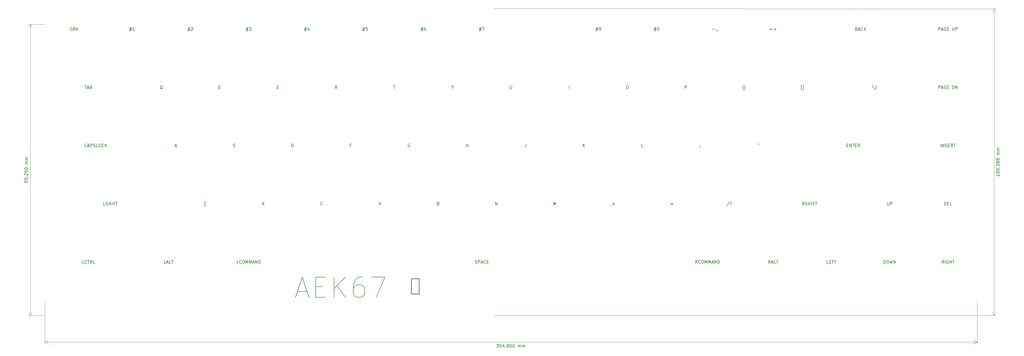
<source format=gto>
G04 #@! TF.GenerationSoftware,KiCad,Pcbnew,(5.1.5-0-10_14)*
G04 #@! TF.CreationDate,2019-12-31T13:28:22+01:00*
G04 #@! TF.ProjectId,aek67,61656b36-372e-46b6-9963-61645f706362,rev?*
G04 #@! TF.SameCoordinates,Original*
G04 #@! TF.FileFunction,Legend,Top*
G04 #@! TF.FilePolarity,Positive*
%FSLAX46Y46*%
G04 Gerber Fmt 4.6, Leading zero omitted, Abs format (unit mm)*
G04 Created by KiCad (PCBNEW (5.1.5-0-10_14)) date 2019-12-31 13:28:22*
%MOMM*%
%LPD*%
G04 APERTURE LIST*
%ADD10C,0.150000*%
%ADD11C,0.120000*%
%ADD12C,0.250000*%
%ADD13C,0.752000*%
%ADD14O,1.102000X2.202000*%
%ADD15O,1.102000X1.702000*%
%ADD16R,1.802000X1.802000*%
%ADD17C,1.802000*%
G04 APERTURE END LIST*
D10*
X332724743Y-69772230D02*
X332724637Y-70343659D01*
X332724690Y-70057944D02*
X331724690Y-70057757D01*
X331867529Y-70153022D01*
X331962750Y-70248278D01*
X332010351Y-70343525D01*
X331724859Y-69152996D02*
X331724877Y-69057757D01*
X331772514Y-68962528D01*
X331820142Y-68914918D01*
X331915389Y-68867317D01*
X332105874Y-68819733D01*
X332343969Y-68819778D01*
X332534436Y-68867433D01*
X332629665Y-68915069D01*
X332677276Y-68962697D01*
X332724877Y-69057944D01*
X332724859Y-69153182D01*
X332677222Y-69248412D01*
X332629594Y-69296022D01*
X332534347Y-69343623D01*
X332343862Y-69391206D01*
X332105767Y-69391162D01*
X331915300Y-69343507D01*
X331820070Y-69295871D01*
X331772460Y-69248243D01*
X331724859Y-69152996D01*
X331725037Y-68200615D02*
X331725055Y-68105377D01*
X331772692Y-68010147D01*
X331820320Y-67962537D01*
X331915567Y-67914936D01*
X332106052Y-67867352D01*
X332344147Y-67867397D01*
X332534614Y-67915052D01*
X332629843Y-67962688D01*
X332677453Y-68010316D01*
X332725055Y-68105563D01*
X332725037Y-68200801D01*
X332677400Y-68296031D01*
X332629772Y-68343641D01*
X332534525Y-68391242D01*
X332344040Y-68438826D01*
X332105945Y-68438781D01*
X331915478Y-68391126D01*
X331820248Y-68343490D01*
X331772638Y-68295862D01*
X331725037Y-68200615D01*
X332629941Y-67438879D02*
X332677569Y-67391269D01*
X332725179Y-67438897D01*
X332677551Y-67486507D01*
X332629941Y-67438879D01*
X332725179Y-67438897D01*
X331725250Y-67057758D02*
X331725366Y-66438710D01*
X332106256Y-66772114D01*
X332106283Y-66629257D01*
X332153920Y-66534028D01*
X332201548Y-66486418D01*
X332296795Y-66438817D01*
X332534890Y-66438861D01*
X332630119Y-66486498D01*
X332677729Y-66534126D01*
X332725330Y-66629373D01*
X332725277Y-66915087D01*
X332677640Y-67010316D01*
X332630012Y-67057927D01*
X332154044Y-65867361D02*
X332106407Y-65962591D01*
X332058779Y-66010201D01*
X331963532Y-66057802D01*
X331915913Y-66057793D01*
X331820684Y-66010156D01*
X331773074Y-65962528D01*
X331725473Y-65867281D01*
X331725508Y-65676805D01*
X331773145Y-65581576D01*
X331820773Y-65533966D01*
X331916020Y-65486365D01*
X331963639Y-65486373D01*
X332058868Y-65534010D01*
X332106479Y-65581638D01*
X332154080Y-65676885D01*
X332154044Y-65867361D01*
X332201645Y-65962608D01*
X332249256Y-66010236D01*
X332344485Y-66057873D01*
X332534961Y-66057909D01*
X332630208Y-66010307D01*
X332677836Y-65962697D01*
X332725473Y-65867468D01*
X332725508Y-65676992D01*
X332677907Y-65581745D01*
X332630297Y-65534117D01*
X332535068Y-65486480D01*
X332344592Y-65486445D01*
X332249345Y-65534046D01*
X332201717Y-65581656D01*
X332154080Y-65676885D01*
X332154222Y-64914980D02*
X332106585Y-65010210D01*
X332058957Y-65057820D01*
X331963710Y-65105421D01*
X331916091Y-65105412D01*
X331820862Y-65057775D01*
X331773252Y-65010147D01*
X331725651Y-64914900D01*
X331725686Y-64724424D01*
X331773323Y-64629195D01*
X331820951Y-64581585D01*
X331916198Y-64533984D01*
X331963817Y-64533993D01*
X332059046Y-64581629D01*
X332106656Y-64629257D01*
X332154258Y-64724504D01*
X332154222Y-64914980D01*
X332201823Y-65010227D01*
X332249433Y-65057855D01*
X332344663Y-65105492D01*
X332535139Y-65105528D01*
X332630386Y-65057927D01*
X332678014Y-65010316D01*
X332725651Y-64915087D01*
X332725686Y-64724611D01*
X332678085Y-64629364D01*
X332630475Y-64581736D01*
X332535246Y-64534099D01*
X332344769Y-64534064D01*
X332249522Y-64581665D01*
X332201894Y-64629275D01*
X332154258Y-64724504D01*
X332725944Y-63343659D02*
X332059277Y-63343534D01*
X332154516Y-63343552D02*
X332106905Y-63295924D01*
X332059304Y-63200677D01*
X332059331Y-63057820D01*
X332106968Y-62962591D01*
X332202215Y-62914989D01*
X332726024Y-62915087D01*
X332202215Y-62914989D02*
X332106985Y-62867353D01*
X332059384Y-62772106D01*
X332059411Y-62629248D01*
X332107048Y-62534019D01*
X332202295Y-62486418D01*
X332726104Y-62486516D01*
X332726193Y-62010325D02*
X332059527Y-62010201D01*
X332154765Y-62010219D02*
X332107154Y-61962591D01*
X332059553Y-61867344D01*
X332059580Y-61724487D01*
X332107217Y-61629257D01*
X332202464Y-61581656D01*
X332726273Y-61581754D01*
X332202464Y-61581656D02*
X332107235Y-61534019D01*
X332059633Y-61438772D01*
X332059660Y-61295915D01*
X332107297Y-61200686D01*
X332202544Y-61153085D01*
X332726353Y-61153183D01*
D11*
X331012494Y-15530540D02*
X330993744Y-115918040D01*
X167500000Y-15500000D02*
X331598915Y-15530650D01*
X167481250Y-115887500D02*
X331580165Y-115918150D01*
X330993744Y-115918040D02*
X330407534Y-114791427D01*
X330993744Y-115918040D02*
X331580375Y-114791646D01*
X331012494Y-15530540D02*
X330425863Y-16656934D01*
X331012494Y-15530540D02*
X331598704Y-16657153D01*
D10*
X15057380Y-72310119D02*
X15057380Y-72119642D01*
X15009761Y-72024404D01*
X14962142Y-71976785D01*
X14819285Y-71881547D01*
X14628809Y-71833928D01*
X14247857Y-71833928D01*
X14152619Y-71881547D01*
X14105000Y-71929166D01*
X14057380Y-72024404D01*
X14057380Y-72214880D01*
X14105000Y-72310119D01*
X14152619Y-72357738D01*
X14247857Y-72405357D01*
X14485952Y-72405357D01*
X14581190Y-72357738D01*
X14628809Y-72310119D01*
X14676428Y-72214880D01*
X14676428Y-72024404D01*
X14628809Y-71929166D01*
X14581190Y-71881547D01*
X14485952Y-71833928D01*
X14057380Y-70929166D02*
X14057380Y-71405357D01*
X14533571Y-71452976D01*
X14485952Y-71405357D01*
X14438333Y-71310119D01*
X14438333Y-71072023D01*
X14485952Y-70976785D01*
X14533571Y-70929166D01*
X14628809Y-70881547D01*
X14866904Y-70881547D01*
X14962142Y-70929166D01*
X15009761Y-70976785D01*
X15057380Y-71072023D01*
X15057380Y-71310119D01*
X15009761Y-71405357D01*
X14962142Y-71452976D01*
X14962142Y-70452976D02*
X15009761Y-70405357D01*
X15057380Y-70452976D01*
X15009761Y-70500595D01*
X14962142Y-70452976D01*
X15057380Y-70452976D01*
X14152619Y-70024404D02*
X14105000Y-69976785D01*
X14057380Y-69881547D01*
X14057380Y-69643452D01*
X14105000Y-69548214D01*
X14152619Y-69500595D01*
X14247857Y-69452976D01*
X14343095Y-69452976D01*
X14485952Y-69500595D01*
X15057380Y-70072023D01*
X15057380Y-69452976D01*
X14057380Y-68548214D02*
X14057380Y-69024404D01*
X14533571Y-69072023D01*
X14485952Y-69024404D01*
X14438333Y-68929166D01*
X14438333Y-68691071D01*
X14485952Y-68595833D01*
X14533571Y-68548214D01*
X14628809Y-68500595D01*
X14866904Y-68500595D01*
X14962142Y-68548214D01*
X15009761Y-68595833D01*
X15057380Y-68691071D01*
X15057380Y-68929166D01*
X15009761Y-69024404D01*
X14962142Y-69072023D01*
X14057380Y-67881547D02*
X14057380Y-67786309D01*
X14105000Y-67691071D01*
X14152619Y-67643452D01*
X14247857Y-67595833D01*
X14438333Y-67548214D01*
X14676428Y-67548214D01*
X14866904Y-67595833D01*
X14962142Y-67643452D01*
X15009761Y-67691071D01*
X15057380Y-67786309D01*
X15057380Y-67881547D01*
X15009761Y-67976785D01*
X14962142Y-68024404D01*
X14866904Y-68072023D01*
X14676428Y-68119642D01*
X14438333Y-68119642D01*
X14247857Y-68072023D01*
X14152619Y-68024404D01*
X14105000Y-67976785D01*
X14057380Y-67881547D01*
X15057380Y-66357738D02*
X14390714Y-66357738D01*
X14485952Y-66357738D02*
X14438333Y-66310119D01*
X14390714Y-66214880D01*
X14390714Y-66072023D01*
X14438333Y-65976785D01*
X14533571Y-65929166D01*
X15057380Y-65929166D01*
X14533571Y-65929166D02*
X14438333Y-65881547D01*
X14390714Y-65786309D01*
X14390714Y-65643452D01*
X14438333Y-65548214D01*
X14533571Y-65500595D01*
X15057380Y-65500595D01*
X15057380Y-65024404D02*
X14390714Y-65024404D01*
X14485952Y-65024404D02*
X14438333Y-64976785D01*
X14390714Y-64881547D01*
X14390714Y-64738690D01*
X14438333Y-64643452D01*
X14533571Y-64595833D01*
X15057380Y-64595833D01*
X14533571Y-64595833D02*
X14438333Y-64548214D01*
X14390714Y-64452976D01*
X14390714Y-64310119D01*
X14438333Y-64214880D01*
X14533571Y-64167261D01*
X15057380Y-64167261D01*
D11*
X15875000Y-115887500D02*
X15875000Y-20637500D01*
X20637500Y-115887500D02*
X15288579Y-115887500D01*
X20637500Y-20637500D02*
X15288579Y-20637500D01*
X15875000Y-20637500D02*
X16461421Y-21764004D01*
X15875000Y-20637500D02*
X15288579Y-21764004D01*
X15875000Y-115887500D02*
X16461421Y-114760996D01*
X15875000Y-115887500D02*
X15288579Y-114760996D01*
D10*
X168370833Y-125341130D02*
X168989880Y-125341130D01*
X168656547Y-125722083D01*
X168799404Y-125722083D01*
X168894642Y-125769702D01*
X168942261Y-125817321D01*
X168989880Y-125912559D01*
X168989880Y-126150654D01*
X168942261Y-126245892D01*
X168894642Y-126293511D01*
X168799404Y-126341130D01*
X168513690Y-126341130D01*
X168418452Y-126293511D01*
X168370833Y-126245892D01*
X169608928Y-125341130D02*
X169704166Y-125341130D01*
X169799404Y-125388750D01*
X169847023Y-125436369D01*
X169894642Y-125531607D01*
X169942261Y-125722083D01*
X169942261Y-125960178D01*
X169894642Y-126150654D01*
X169847023Y-126245892D01*
X169799404Y-126293511D01*
X169704166Y-126341130D01*
X169608928Y-126341130D01*
X169513690Y-126293511D01*
X169466071Y-126245892D01*
X169418452Y-126150654D01*
X169370833Y-125960178D01*
X169370833Y-125722083D01*
X169418452Y-125531607D01*
X169466071Y-125436369D01*
X169513690Y-125388750D01*
X169608928Y-125341130D01*
X170799404Y-125674464D02*
X170799404Y-126341130D01*
X170561309Y-125293511D02*
X170323214Y-126007797D01*
X170942261Y-126007797D01*
X171323214Y-126245892D02*
X171370833Y-126293511D01*
X171323214Y-126341130D01*
X171275595Y-126293511D01*
X171323214Y-126245892D01*
X171323214Y-126341130D01*
X171942261Y-125769702D02*
X171847023Y-125722083D01*
X171799404Y-125674464D01*
X171751785Y-125579226D01*
X171751785Y-125531607D01*
X171799404Y-125436369D01*
X171847023Y-125388750D01*
X171942261Y-125341130D01*
X172132738Y-125341130D01*
X172227976Y-125388750D01*
X172275595Y-125436369D01*
X172323214Y-125531607D01*
X172323214Y-125579226D01*
X172275595Y-125674464D01*
X172227976Y-125722083D01*
X172132738Y-125769702D01*
X171942261Y-125769702D01*
X171847023Y-125817321D01*
X171799404Y-125864940D01*
X171751785Y-125960178D01*
X171751785Y-126150654D01*
X171799404Y-126245892D01*
X171847023Y-126293511D01*
X171942261Y-126341130D01*
X172132738Y-126341130D01*
X172227976Y-126293511D01*
X172275595Y-126245892D01*
X172323214Y-126150654D01*
X172323214Y-125960178D01*
X172275595Y-125864940D01*
X172227976Y-125817321D01*
X172132738Y-125769702D01*
X172942261Y-125341130D02*
X173037500Y-125341130D01*
X173132738Y-125388750D01*
X173180357Y-125436369D01*
X173227976Y-125531607D01*
X173275595Y-125722083D01*
X173275595Y-125960178D01*
X173227976Y-126150654D01*
X173180357Y-126245892D01*
X173132738Y-126293511D01*
X173037500Y-126341130D01*
X172942261Y-126341130D01*
X172847023Y-126293511D01*
X172799404Y-126245892D01*
X172751785Y-126150654D01*
X172704166Y-125960178D01*
X172704166Y-125722083D01*
X172751785Y-125531607D01*
X172799404Y-125436369D01*
X172847023Y-125388750D01*
X172942261Y-125341130D01*
X173894642Y-125341130D02*
X173989880Y-125341130D01*
X174085119Y-125388750D01*
X174132738Y-125436369D01*
X174180357Y-125531607D01*
X174227976Y-125722083D01*
X174227976Y-125960178D01*
X174180357Y-126150654D01*
X174132738Y-126245892D01*
X174085119Y-126293511D01*
X173989880Y-126341130D01*
X173894642Y-126341130D01*
X173799404Y-126293511D01*
X173751785Y-126245892D01*
X173704166Y-126150654D01*
X173656547Y-125960178D01*
X173656547Y-125722083D01*
X173704166Y-125531607D01*
X173751785Y-125436369D01*
X173799404Y-125388750D01*
X173894642Y-125341130D01*
X175418452Y-126341130D02*
X175418452Y-125674464D01*
X175418452Y-125769702D02*
X175466071Y-125722083D01*
X175561309Y-125674464D01*
X175704166Y-125674464D01*
X175799404Y-125722083D01*
X175847023Y-125817321D01*
X175847023Y-126341130D01*
X175847023Y-125817321D02*
X175894642Y-125722083D01*
X175989880Y-125674464D01*
X176132738Y-125674464D01*
X176227976Y-125722083D01*
X176275595Y-125817321D01*
X176275595Y-126341130D01*
X176751785Y-126341130D02*
X176751785Y-125674464D01*
X176751785Y-125769702D02*
X176799404Y-125722083D01*
X176894642Y-125674464D01*
X177037500Y-125674464D01*
X177132738Y-125722083D01*
X177180357Y-125817321D01*
X177180357Y-126341130D01*
X177180357Y-125817321D02*
X177227976Y-125722083D01*
X177323214Y-125674464D01*
X177466071Y-125674464D01*
X177561309Y-125722083D01*
X177608928Y-125817321D01*
X177608928Y-126341130D01*
D11*
X325437500Y-124618750D02*
X20637500Y-124618750D01*
X325437500Y-111125000D02*
X325437500Y-125205171D01*
X20637500Y-111125000D02*
X20637500Y-125205171D01*
X20637500Y-124618750D02*
X21764004Y-124032329D01*
X20637500Y-124618750D02*
X21764004Y-125205171D01*
X325437500Y-124618750D02*
X324310996Y-124032329D01*
X325437500Y-124618750D02*
X324310996Y-125205171D01*
D10*
X103248571Y-108100666D02*
X106393333Y-108100666D01*
X102619619Y-109987523D02*
X104820952Y-103383523D01*
X107022285Y-109987523D01*
X109223619Y-106528285D02*
X111424952Y-106528285D01*
X112368380Y-109987523D02*
X109223619Y-109987523D01*
X109223619Y-103383523D01*
X112368380Y-103383523D01*
X115198666Y-109987523D02*
X115198666Y-103383523D01*
X118972380Y-109987523D02*
X116142095Y-106213809D01*
X118972380Y-103383523D02*
X115198666Y-107157238D01*
X124632952Y-103383523D02*
X123375047Y-103383523D01*
X122746095Y-103698000D01*
X122431619Y-104012476D01*
X121802666Y-104955904D01*
X121488190Y-106213809D01*
X121488190Y-108729619D01*
X121802666Y-109358571D01*
X122117142Y-109673047D01*
X122746095Y-109987523D01*
X124004000Y-109987523D01*
X124632952Y-109673047D01*
X124947428Y-109358571D01*
X125261904Y-108729619D01*
X125261904Y-107157238D01*
X124947428Y-106528285D01*
X124632952Y-106213809D01*
X124004000Y-105899333D01*
X122746095Y-105899333D01*
X122117142Y-106213809D01*
X121802666Y-106528285D01*
X121488190Y-107157238D01*
X127463238Y-103383523D02*
X131865904Y-103383523D01*
X129035619Y-109987523D01*
D12*
X140500000Y-108862500D02*
X140500000Y-103862500D01*
X140500000Y-103862500D02*
X143000000Y-103862500D01*
X143000000Y-103862500D02*
X143000000Y-108862500D01*
X143000000Y-108862500D02*
X140500000Y-108862500D01*
D10*
X161345833Y-98829761D02*
X161488690Y-98877380D01*
X161726785Y-98877380D01*
X161822023Y-98829761D01*
X161869642Y-98782142D01*
X161917261Y-98686904D01*
X161917261Y-98591666D01*
X161869642Y-98496428D01*
X161822023Y-98448809D01*
X161726785Y-98401190D01*
X161536309Y-98353571D01*
X161441071Y-98305952D01*
X161393452Y-98258333D01*
X161345833Y-98163095D01*
X161345833Y-98067857D01*
X161393452Y-97972619D01*
X161441071Y-97925000D01*
X161536309Y-97877380D01*
X161774404Y-97877380D01*
X161917261Y-97925000D01*
X162345833Y-98877380D02*
X162345833Y-97877380D01*
X162726785Y-97877380D01*
X162822023Y-97925000D01*
X162869642Y-97972619D01*
X162917261Y-98067857D01*
X162917261Y-98210714D01*
X162869642Y-98305952D01*
X162822023Y-98353571D01*
X162726785Y-98401190D01*
X162345833Y-98401190D01*
X163298214Y-98591666D02*
X163774404Y-98591666D01*
X163202976Y-98877380D02*
X163536309Y-97877380D01*
X163869642Y-98877380D01*
X164774404Y-98782142D02*
X164726785Y-98829761D01*
X164583928Y-98877380D01*
X164488690Y-98877380D01*
X164345833Y-98829761D01*
X164250595Y-98734523D01*
X164202976Y-98639285D01*
X164155357Y-98448809D01*
X164155357Y-98305952D01*
X164202976Y-98115476D01*
X164250595Y-98020238D01*
X164345833Y-97925000D01*
X164488690Y-97877380D01*
X164583928Y-97877380D01*
X164726785Y-97925000D01*
X164774404Y-97972619D01*
X165202976Y-98353571D02*
X165536309Y-98353571D01*
X165679166Y-98877380D02*
X165202976Y-98877380D01*
X165202976Y-97877380D01*
X165679166Y-97877380D01*
X291195238Y-40632142D02*
X292052380Y-41917857D01*
X292433333Y-42060714D02*
X292433333Y-40632142D01*
X314579166Y-98877380D02*
X314245833Y-98401190D01*
X314007738Y-98877380D02*
X314007738Y-97877380D01*
X314388690Y-97877380D01*
X314483928Y-97925000D01*
X314531547Y-97972619D01*
X314579166Y-98067857D01*
X314579166Y-98210714D01*
X314531547Y-98305952D01*
X314483928Y-98353571D01*
X314388690Y-98401190D01*
X314007738Y-98401190D01*
X315007738Y-98877380D02*
X315007738Y-97877380D01*
X316007738Y-97925000D02*
X315912500Y-97877380D01*
X315769642Y-97877380D01*
X315626785Y-97925000D01*
X315531547Y-98020238D01*
X315483928Y-98115476D01*
X315436309Y-98305952D01*
X315436309Y-98448809D01*
X315483928Y-98639285D01*
X315531547Y-98734523D01*
X315626785Y-98829761D01*
X315769642Y-98877380D01*
X315864880Y-98877380D01*
X316007738Y-98829761D01*
X316055357Y-98782142D01*
X316055357Y-98448809D01*
X315864880Y-98448809D01*
X316483928Y-98877380D02*
X316483928Y-97877380D01*
X316483928Y-98353571D02*
X317055357Y-98353571D01*
X317055357Y-98877380D02*
X317055357Y-97877380D01*
X317388690Y-97877380D02*
X317960119Y-97877380D01*
X317674404Y-98877380D02*
X317674404Y-97877380D01*
X314793452Y-79827380D02*
X314793452Y-78827380D01*
X315031547Y-78827380D01*
X315174404Y-78875000D01*
X315269642Y-78970238D01*
X315317261Y-79065476D01*
X315364880Y-79255952D01*
X315364880Y-79398809D01*
X315317261Y-79589285D01*
X315269642Y-79684523D01*
X315174404Y-79779761D01*
X315031547Y-79827380D01*
X314793452Y-79827380D01*
X315793452Y-79303571D02*
X316126785Y-79303571D01*
X316269642Y-79827380D02*
X315793452Y-79827380D01*
X315793452Y-78827380D01*
X316269642Y-78827380D01*
X317174404Y-79827380D02*
X316698214Y-79827380D01*
X316698214Y-78827380D01*
X313579166Y-60777380D02*
X313579166Y-59777380D01*
X314055357Y-60777380D02*
X314055357Y-59777380D01*
X314626785Y-60777380D01*
X314626785Y-59777380D01*
X315055357Y-60729761D02*
X315198214Y-60777380D01*
X315436309Y-60777380D01*
X315531547Y-60729761D01*
X315579166Y-60682142D01*
X315626785Y-60586904D01*
X315626785Y-60491666D01*
X315579166Y-60396428D01*
X315531547Y-60348809D01*
X315436309Y-60301190D01*
X315245833Y-60253571D01*
X315150595Y-60205952D01*
X315102976Y-60158333D01*
X315055357Y-60063095D01*
X315055357Y-59967857D01*
X315102976Y-59872619D01*
X315150595Y-59825000D01*
X315245833Y-59777380D01*
X315483928Y-59777380D01*
X315626785Y-59825000D01*
X316055357Y-60253571D02*
X316388690Y-60253571D01*
X316531547Y-60777380D02*
X316055357Y-60777380D01*
X316055357Y-59777380D01*
X316531547Y-59777380D01*
X317531547Y-60777380D02*
X317198214Y-60301190D01*
X316960119Y-60777380D02*
X316960119Y-59777380D01*
X317341071Y-59777380D01*
X317436309Y-59825000D01*
X317483928Y-59872619D01*
X317531547Y-59967857D01*
X317531547Y-60110714D01*
X317483928Y-60205952D01*
X317436309Y-60253571D01*
X317341071Y-60301190D01*
X316960119Y-60301190D01*
X317817261Y-59777380D02*
X318388690Y-59777380D01*
X318102976Y-60777380D02*
X318102976Y-59777380D01*
X312864880Y-41727380D02*
X312864880Y-40727380D01*
X313245833Y-40727380D01*
X313341071Y-40775000D01*
X313388690Y-40822619D01*
X313436309Y-40917857D01*
X313436309Y-41060714D01*
X313388690Y-41155952D01*
X313341071Y-41203571D01*
X313245833Y-41251190D01*
X312864880Y-41251190D01*
X313817261Y-41441666D02*
X314293452Y-41441666D01*
X313722023Y-41727380D02*
X314055357Y-40727380D01*
X314388690Y-41727380D01*
X315245833Y-40775000D02*
X315150595Y-40727380D01*
X315007738Y-40727380D01*
X314864880Y-40775000D01*
X314769642Y-40870238D01*
X314722023Y-40965476D01*
X314674404Y-41155952D01*
X314674404Y-41298809D01*
X314722023Y-41489285D01*
X314769642Y-41584523D01*
X314864880Y-41679761D01*
X315007738Y-41727380D01*
X315102976Y-41727380D01*
X315245833Y-41679761D01*
X315293452Y-41632142D01*
X315293452Y-41298809D01*
X315102976Y-41298809D01*
X315722023Y-41203571D02*
X316055357Y-41203571D01*
X316198214Y-41727380D02*
X315722023Y-41727380D01*
X315722023Y-40727380D01*
X316198214Y-40727380D01*
X317388690Y-41727380D02*
X317388690Y-40727380D01*
X317626785Y-40727380D01*
X317769642Y-40775000D01*
X317864880Y-40870238D01*
X317912500Y-40965476D01*
X317960119Y-41155952D01*
X317960119Y-41298809D01*
X317912500Y-41489285D01*
X317864880Y-41584523D01*
X317769642Y-41679761D01*
X317626785Y-41727380D01*
X317388690Y-41727380D01*
X318388690Y-41727380D02*
X318388690Y-40727380D01*
X318960119Y-41727380D01*
X318960119Y-40727380D01*
X312864880Y-22677380D02*
X312864880Y-21677380D01*
X313245833Y-21677380D01*
X313341071Y-21725000D01*
X313388690Y-21772619D01*
X313436309Y-21867857D01*
X313436309Y-22010714D01*
X313388690Y-22105952D01*
X313341071Y-22153571D01*
X313245833Y-22201190D01*
X312864880Y-22201190D01*
X313817261Y-22391666D02*
X314293452Y-22391666D01*
X313722023Y-22677380D02*
X314055357Y-21677380D01*
X314388690Y-22677380D01*
X315245833Y-21725000D02*
X315150595Y-21677380D01*
X315007738Y-21677380D01*
X314864880Y-21725000D01*
X314769642Y-21820238D01*
X314722023Y-21915476D01*
X314674404Y-22105952D01*
X314674404Y-22248809D01*
X314722023Y-22439285D01*
X314769642Y-22534523D01*
X314864880Y-22629761D01*
X315007738Y-22677380D01*
X315102976Y-22677380D01*
X315245833Y-22629761D01*
X315293452Y-22582142D01*
X315293452Y-22248809D01*
X315102976Y-22248809D01*
X315722023Y-22153571D02*
X316055357Y-22153571D01*
X316198214Y-22677380D02*
X315722023Y-22677380D01*
X315722023Y-21677380D01*
X316198214Y-21677380D01*
X317388690Y-21677380D02*
X317388690Y-22486904D01*
X317436309Y-22582142D01*
X317483928Y-22629761D01*
X317579166Y-22677380D01*
X317769642Y-22677380D01*
X317864880Y-22629761D01*
X317912500Y-22582142D01*
X317960119Y-22486904D01*
X317960119Y-21677380D01*
X318436309Y-22677380D02*
X318436309Y-21677380D01*
X318817261Y-21677380D01*
X318912500Y-21725000D01*
X318960119Y-21772619D01*
X319007738Y-21867857D01*
X319007738Y-22010714D01*
X318960119Y-22105952D01*
X318912500Y-22153571D01*
X318817261Y-22201190D01*
X318436309Y-22201190D01*
X294981547Y-98877380D02*
X294981547Y-97877380D01*
X295219642Y-97877380D01*
X295362500Y-97925000D01*
X295457738Y-98020238D01*
X295505357Y-98115476D01*
X295552976Y-98305952D01*
X295552976Y-98448809D01*
X295505357Y-98639285D01*
X295457738Y-98734523D01*
X295362500Y-98829761D01*
X295219642Y-98877380D01*
X294981547Y-98877380D01*
X296172023Y-97877380D02*
X296362500Y-97877380D01*
X296457738Y-97925000D01*
X296552976Y-98020238D01*
X296600595Y-98210714D01*
X296600595Y-98544047D01*
X296552976Y-98734523D01*
X296457738Y-98829761D01*
X296362500Y-98877380D01*
X296172023Y-98877380D01*
X296076785Y-98829761D01*
X295981547Y-98734523D01*
X295933928Y-98544047D01*
X295933928Y-98210714D01*
X295981547Y-98020238D01*
X296076785Y-97925000D01*
X296172023Y-97877380D01*
X296933928Y-97877380D02*
X297172023Y-98877380D01*
X297362500Y-98163095D01*
X297552976Y-98877380D01*
X297791071Y-97877380D01*
X298172023Y-98877380D02*
X298172023Y-97877380D01*
X298743452Y-98877380D01*
X298743452Y-97877380D01*
X296076785Y-78827380D02*
X296076785Y-79636904D01*
X296124404Y-79732142D01*
X296172023Y-79779761D01*
X296267261Y-79827380D01*
X296457738Y-79827380D01*
X296552976Y-79779761D01*
X296600595Y-79732142D01*
X296648214Y-79636904D01*
X296648214Y-78827380D01*
X297124404Y-79827380D02*
X297124404Y-78827380D01*
X297505357Y-78827380D01*
X297600595Y-78875000D01*
X297648214Y-78922619D01*
X297695833Y-79017857D01*
X297695833Y-79160714D01*
X297648214Y-79255952D01*
X297600595Y-79303571D01*
X297505357Y-79351190D01*
X297124404Y-79351190D01*
X285980357Y-22153571D02*
X286123214Y-22201190D01*
X286170833Y-22248809D01*
X286218452Y-22344047D01*
X286218452Y-22486904D01*
X286170833Y-22582142D01*
X286123214Y-22629761D01*
X286027976Y-22677380D01*
X285647023Y-22677380D01*
X285647023Y-21677380D01*
X285980357Y-21677380D01*
X286075595Y-21725000D01*
X286123214Y-21772619D01*
X286170833Y-21867857D01*
X286170833Y-21963095D01*
X286123214Y-22058333D01*
X286075595Y-22105952D01*
X285980357Y-22153571D01*
X285647023Y-22153571D01*
X286599404Y-22391666D02*
X287075595Y-22391666D01*
X286504166Y-22677380D02*
X286837500Y-21677380D01*
X287170833Y-22677380D01*
X288075595Y-22582142D02*
X288027976Y-22629761D01*
X287885119Y-22677380D01*
X287789880Y-22677380D01*
X287647023Y-22629761D01*
X287551785Y-22534523D01*
X287504166Y-22439285D01*
X287456547Y-22248809D01*
X287456547Y-22105952D01*
X287504166Y-21915476D01*
X287551785Y-21820238D01*
X287647023Y-21725000D01*
X287789880Y-21677380D01*
X287885119Y-21677380D01*
X288027976Y-21725000D01*
X288075595Y-21772619D01*
X288504166Y-22677380D02*
X288504166Y-21677380D01*
X289075595Y-22677380D02*
X288647023Y-22105952D01*
X289075595Y-21677380D02*
X288504166Y-22248809D01*
X276860119Y-98877380D02*
X276383928Y-98877380D01*
X276383928Y-97877380D01*
X277193452Y-98353571D02*
X277526785Y-98353571D01*
X277669642Y-98877380D02*
X277193452Y-98877380D01*
X277193452Y-97877380D01*
X277669642Y-97877380D01*
X278431547Y-98353571D02*
X278098214Y-98353571D01*
X278098214Y-98877380D02*
X278098214Y-97877380D01*
X278574404Y-97877380D01*
X278812500Y-97877380D02*
X279383928Y-97877380D01*
X279098214Y-98877380D02*
X279098214Y-97877380D01*
X268930654Y-79827380D02*
X268597321Y-79351190D01*
X268359226Y-79827380D02*
X268359226Y-78827380D01*
X268740178Y-78827380D01*
X268835416Y-78875000D01*
X268883035Y-78922619D01*
X268930654Y-79017857D01*
X268930654Y-79160714D01*
X268883035Y-79255952D01*
X268835416Y-79303571D01*
X268740178Y-79351190D01*
X268359226Y-79351190D01*
X269311607Y-79779761D02*
X269454464Y-79827380D01*
X269692559Y-79827380D01*
X269787797Y-79779761D01*
X269835416Y-79732142D01*
X269883035Y-79636904D01*
X269883035Y-79541666D01*
X269835416Y-79446428D01*
X269787797Y-79398809D01*
X269692559Y-79351190D01*
X269502083Y-79303571D01*
X269406845Y-79255952D01*
X269359226Y-79208333D01*
X269311607Y-79113095D01*
X269311607Y-79017857D01*
X269359226Y-78922619D01*
X269406845Y-78875000D01*
X269502083Y-78827380D01*
X269740178Y-78827380D01*
X269883035Y-78875000D01*
X270311607Y-79827380D02*
X270311607Y-78827380D01*
X270311607Y-79303571D02*
X270883035Y-79303571D01*
X270883035Y-79827380D02*
X270883035Y-78827380D01*
X271359226Y-79827380D02*
X271359226Y-78827380D01*
X272168750Y-79303571D02*
X271835416Y-79303571D01*
X271835416Y-79827380D02*
X271835416Y-78827380D01*
X272311607Y-78827380D01*
X272549702Y-78827380D02*
X273121130Y-78827380D01*
X272835416Y-79827380D02*
X272835416Y-78827380D01*
X282884821Y-60253571D02*
X283218154Y-60253571D01*
X283361011Y-60777380D02*
X282884821Y-60777380D01*
X282884821Y-59777380D01*
X283361011Y-59777380D01*
X283789583Y-60777380D02*
X283789583Y-59777380D01*
X284361011Y-60777380D01*
X284361011Y-59777380D01*
X284694345Y-59777380D02*
X285265773Y-59777380D01*
X284980059Y-60777380D02*
X284980059Y-59777380D01*
X285599107Y-60253571D02*
X285932440Y-60253571D01*
X286075297Y-60777380D02*
X285599107Y-60777380D01*
X285599107Y-59777380D01*
X286075297Y-59777380D01*
X287075297Y-60777380D02*
X286741964Y-60301190D01*
X286503869Y-60777380D02*
X286503869Y-59777380D01*
X286884821Y-59777380D01*
X286980059Y-59825000D01*
X287027678Y-59872619D01*
X287075297Y-59967857D01*
X287075297Y-60110714D01*
X287027678Y-60205952D01*
X286980059Y-60253571D01*
X286884821Y-60301190D01*
X286503869Y-60301190D01*
X267763690Y-42060714D02*
X268001785Y-42060714D01*
X268001785Y-40632142D01*
X267763690Y-40632142D01*
X268430357Y-42108333D02*
X268477976Y-42108333D01*
X268573214Y-42060714D01*
X268620833Y-41965476D01*
X268620833Y-41489285D01*
X268668452Y-41394047D01*
X268763690Y-41346428D01*
X268668452Y-41298809D01*
X268620833Y-41203571D01*
X268620833Y-40727380D01*
X268573214Y-40632142D01*
X268477976Y-40584523D01*
X268430357Y-40584523D01*
X257762500Y-22153571D02*
X258524404Y-22153571D01*
X258524404Y-22439285D02*
X257762500Y-22439285D01*
X259000595Y-22296428D02*
X259762500Y-22296428D01*
X259381547Y-22677380D02*
X259381547Y-21915476D01*
X257857738Y-98877380D02*
X257524404Y-98401190D01*
X257286309Y-98877380D02*
X257286309Y-97877380D01*
X257667261Y-97877380D01*
X257762500Y-97925000D01*
X257810119Y-97972619D01*
X257857738Y-98067857D01*
X257857738Y-98210714D01*
X257810119Y-98305952D01*
X257762500Y-98353571D01*
X257667261Y-98401190D01*
X257286309Y-98401190D01*
X258238690Y-98591666D02*
X258714880Y-98591666D01*
X258143452Y-98877380D02*
X258476785Y-97877380D01*
X258810119Y-98877380D01*
X259619642Y-98877380D02*
X259143452Y-98877380D01*
X259143452Y-97877380D01*
X259810119Y-97877380D02*
X260381547Y-97877380D01*
X260095833Y-98877380D02*
X260095833Y-97877380D01*
X253666666Y-59777380D02*
X253571428Y-59967857D01*
X254047619Y-59777380D02*
X254047619Y-59967857D01*
X254428571Y-59777380D02*
X254428571Y-59967857D01*
X249094642Y-42108333D02*
X249047023Y-42108333D01*
X248951785Y-42060714D01*
X248904166Y-41965476D01*
X248904166Y-41489285D01*
X248856547Y-41394047D01*
X248761309Y-41346428D01*
X248856547Y-41298809D01*
X248904166Y-41203571D01*
X248904166Y-40727380D01*
X248951785Y-40632142D01*
X249047023Y-40584523D01*
X249094642Y-40584523D01*
X249761309Y-42060714D02*
X249523214Y-42060714D01*
X249523214Y-40632142D01*
X249761309Y-40632142D01*
X238950595Y-22296428D02*
X239712500Y-22296428D01*
X239950595Y-22772619D02*
X240712500Y-22772619D01*
X234021726Y-98877380D02*
X233688392Y-98401190D01*
X233450297Y-98877380D02*
X233450297Y-97877380D01*
X233831250Y-97877380D01*
X233926488Y-97925000D01*
X233974107Y-97972619D01*
X234021726Y-98067857D01*
X234021726Y-98210714D01*
X233974107Y-98305952D01*
X233926488Y-98353571D01*
X233831250Y-98401190D01*
X233450297Y-98401190D01*
X235021726Y-98782142D02*
X234974107Y-98829761D01*
X234831250Y-98877380D01*
X234736011Y-98877380D01*
X234593154Y-98829761D01*
X234497916Y-98734523D01*
X234450297Y-98639285D01*
X234402678Y-98448809D01*
X234402678Y-98305952D01*
X234450297Y-98115476D01*
X234497916Y-98020238D01*
X234593154Y-97925000D01*
X234736011Y-97877380D01*
X234831250Y-97877380D01*
X234974107Y-97925000D01*
X235021726Y-97972619D01*
X235640773Y-97877380D02*
X235831250Y-97877380D01*
X235926488Y-97925000D01*
X236021726Y-98020238D01*
X236069345Y-98210714D01*
X236069345Y-98544047D01*
X236021726Y-98734523D01*
X235926488Y-98829761D01*
X235831250Y-98877380D01*
X235640773Y-98877380D01*
X235545535Y-98829761D01*
X235450297Y-98734523D01*
X235402678Y-98544047D01*
X235402678Y-98210714D01*
X235450297Y-98020238D01*
X235545535Y-97925000D01*
X235640773Y-97877380D01*
X236497916Y-98877380D02*
X236497916Y-97877380D01*
X236831250Y-98591666D01*
X237164583Y-97877380D01*
X237164583Y-98877380D01*
X237640773Y-98877380D02*
X237640773Y-97877380D01*
X237974107Y-98591666D01*
X238307440Y-97877380D01*
X238307440Y-98877380D01*
X238736011Y-98591666D02*
X239212202Y-98591666D01*
X238640773Y-98877380D02*
X238974107Y-97877380D01*
X239307440Y-98877380D01*
X239640773Y-98877380D02*
X239640773Y-97877380D01*
X240212202Y-98877380D01*
X240212202Y-97877380D01*
X240688392Y-98877380D02*
X240688392Y-97877380D01*
X240926488Y-97877380D01*
X241069345Y-97925000D01*
X241164583Y-98020238D01*
X241212202Y-98115476D01*
X241259821Y-98305952D01*
X241259821Y-98448809D01*
X241212202Y-98639285D01*
X241164583Y-98734523D01*
X241069345Y-98829761D01*
X240926488Y-98877380D01*
X240688392Y-98877380D01*
X244475000Y-78779761D02*
X243617857Y-80065476D01*
X244951190Y-79732142D02*
X244998809Y-79779761D01*
X244951190Y-79827380D01*
X244903571Y-79779761D01*
X244951190Y-79732142D01*
X244951190Y-79827380D01*
X244760714Y-78875000D02*
X244855952Y-78827380D01*
X245094047Y-78827380D01*
X245189285Y-78875000D01*
X245236904Y-78970238D01*
X245236904Y-79065476D01*
X245189285Y-79160714D01*
X245141666Y-79208333D01*
X245046428Y-79255952D01*
X244998809Y-79303571D01*
X244951190Y-79398809D01*
X244951190Y-79446428D01*
X234759523Y-60729761D02*
X234759523Y-60777380D01*
X234711904Y-60872619D01*
X234664285Y-60920238D01*
X234711904Y-60158333D02*
X234759523Y-60205952D01*
X234711904Y-60253571D01*
X234664285Y-60205952D01*
X234711904Y-60158333D01*
X234711904Y-60253571D01*
X235188095Y-60682142D02*
X235235714Y-60729761D01*
X235188095Y-60777380D01*
X235140476Y-60729761D01*
X235188095Y-60682142D01*
X235188095Y-60777380D01*
X235188095Y-60158333D02*
X235235714Y-60205952D01*
X235188095Y-60253571D01*
X235140476Y-60205952D01*
X235188095Y-60158333D01*
X235188095Y-60253571D01*
X229925595Y-41727380D02*
X229925595Y-40727380D01*
X230306547Y-40727380D01*
X230401785Y-40775000D01*
X230449404Y-40822619D01*
X230497023Y-40917857D01*
X230497023Y-41060714D01*
X230449404Y-41155952D01*
X230401785Y-41203571D01*
X230306547Y-41251190D01*
X229925595Y-41251190D01*
X219876785Y-22010714D02*
X220591071Y-22010714D01*
X220162500Y-21582142D02*
X219876785Y-22867857D01*
X220495833Y-22439285D02*
X219781547Y-22439285D01*
X220210119Y-22867857D02*
X220495833Y-21582142D01*
X221114880Y-21677380D02*
X221210119Y-21677380D01*
X221305357Y-21725000D01*
X221352976Y-21772619D01*
X221400595Y-21867857D01*
X221448214Y-22058333D01*
X221448214Y-22296428D01*
X221400595Y-22486904D01*
X221352976Y-22582142D01*
X221305357Y-22629761D01*
X221210119Y-22677380D01*
X221114880Y-22677380D01*
X221019642Y-22629761D01*
X220972023Y-22582142D01*
X220924404Y-22486904D01*
X220876785Y-22296428D01*
X220876785Y-22058333D01*
X220924404Y-21867857D01*
X220972023Y-21772619D01*
X221019642Y-21725000D01*
X221114880Y-21677380D01*
X224805952Y-79732142D02*
X224853571Y-79779761D01*
X224805952Y-79827380D01*
X224758333Y-79779761D01*
X224805952Y-79732142D01*
X224805952Y-79827380D01*
X225282142Y-79160714D02*
X226044047Y-79446428D01*
X225282142Y-79732142D01*
X216209523Y-60777380D02*
X215733333Y-60777380D01*
X215733333Y-59777380D01*
X211042261Y-40727380D02*
X211232738Y-40727380D01*
X211327976Y-40775000D01*
X211423214Y-40870238D01*
X211470833Y-41060714D01*
X211470833Y-41394047D01*
X211423214Y-41584523D01*
X211327976Y-41679761D01*
X211232738Y-41727380D01*
X211042261Y-41727380D01*
X210947023Y-41679761D01*
X210851785Y-41584523D01*
X210804166Y-41394047D01*
X210804166Y-41060714D01*
X210851785Y-40870238D01*
X210947023Y-40775000D01*
X211042261Y-40727380D01*
X200826785Y-22010714D02*
X201541071Y-22010714D01*
X201112500Y-21582142D02*
X200826785Y-22867857D01*
X201445833Y-22439285D02*
X200731547Y-22439285D01*
X201160119Y-22867857D02*
X201445833Y-21582142D01*
X201922023Y-22677380D02*
X202112500Y-22677380D01*
X202207738Y-22629761D01*
X202255357Y-22582142D01*
X202350595Y-22439285D01*
X202398214Y-22248809D01*
X202398214Y-21867857D01*
X202350595Y-21772619D01*
X202302976Y-21725000D01*
X202207738Y-21677380D01*
X202017261Y-21677380D01*
X201922023Y-21725000D01*
X201874404Y-21772619D01*
X201826785Y-21867857D01*
X201826785Y-22105952D01*
X201874404Y-22201190D01*
X201922023Y-22248809D01*
X202017261Y-22296428D01*
X202207738Y-22296428D01*
X202302976Y-22248809D01*
X202350595Y-22201190D01*
X202398214Y-22105952D01*
X205803571Y-79779761D02*
X205803571Y-79827380D01*
X205755952Y-79922619D01*
X205708333Y-79970238D01*
X206994047Y-79160714D02*
X206232142Y-79446428D01*
X206994047Y-79732142D01*
X196588095Y-60777380D02*
X196588095Y-59777380D01*
X197159523Y-60777380D02*
X196730952Y-60205952D01*
X197159523Y-59777380D02*
X196588095Y-60348809D01*
X192087500Y-41727380D02*
X192087500Y-40727380D01*
X186991666Y-79827380D02*
X186991666Y-78827380D01*
X187325000Y-79541666D01*
X187658333Y-78827380D01*
X187658333Y-79827380D01*
X177942857Y-59777380D02*
X177942857Y-60491666D01*
X177895238Y-60634523D01*
X177800000Y-60729761D01*
X177657142Y-60777380D01*
X177561904Y-60777380D01*
X172751785Y-40727380D02*
X172751785Y-41536904D01*
X172799404Y-41632142D01*
X172847023Y-41679761D01*
X172942261Y-41727380D01*
X173132738Y-41727380D01*
X173227976Y-41679761D01*
X173275595Y-41632142D01*
X173323214Y-41536904D01*
X173323214Y-40727380D01*
X162726785Y-22010714D02*
X163441071Y-22010714D01*
X163012500Y-21582142D02*
X162726785Y-22867857D01*
X163345833Y-22439285D02*
X162631547Y-22439285D01*
X163060119Y-22867857D02*
X163345833Y-21582142D01*
X163679166Y-21677380D02*
X164345833Y-21677380D01*
X163917261Y-22677380D01*
X167989285Y-79827380D02*
X167989285Y-78827380D01*
X168560714Y-79827380D01*
X168560714Y-78827380D01*
X158464285Y-60777380D02*
X158464285Y-59777380D01*
X158464285Y-60253571D02*
X159035714Y-60253571D01*
X159035714Y-60777380D02*
X159035714Y-59777380D01*
X153987500Y-41251190D02*
X153987500Y-41727380D01*
X153654166Y-40727380D02*
X153987500Y-41251190D01*
X154320833Y-40727380D01*
X143676785Y-22010714D02*
X144391071Y-22010714D01*
X143962500Y-21582142D02*
X143676785Y-22867857D01*
X144295833Y-22439285D02*
X143581547Y-22439285D01*
X144010119Y-22867857D02*
X144295833Y-21582142D01*
X145152976Y-21677380D02*
X144962500Y-21677380D01*
X144867261Y-21725000D01*
X144819642Y-21772619D01*
X144724404Y-21915476D01*
X144676785Y-22105952D01*
X144676785Y-22486904D01*
X144724404Y-22582142D01*
X144772023Y-22629761D01*
X144867261Y-22677380D01*
X145057738Y-22677380D01*
X145152976Y-22629761D01*
X145200595Y-22582142D01*
X145248214Y-22486904D01*
X145248214Y-22248809D01*
X145200595Y-22153571D01*
X145152976Y-22105952D01*
X145057738Y-22058333D01*
X144867261Y-22058333D01*
X144772023Y-22105952D01*
X144724404Y-22153571D01*
X144676785Y-22248809D01*
X149296428Y-79303571D02*
X149439285Y-79351190D01*
X149486904Y-79398809D01*
X149534523Y-79494047D01*
X149534523Y-79636904D01*
X149486904Y-79732142D01*
X149439285Y-79779761D01*
X149344047Y-79827380D01*
X148963095Y-79827380D01*
X148963095Y-78827380D01*
X149296428Y-78827380D01*
X149391666Y-78875000D01*
X149439285Y-78922619D01*
X149486904Y-79017857D01*
X149486904Y-79113095D01*
X149439285Y-79208333D01*
X149391666Y-79255952D01*
X149296428Y-79303571D01*
X148963095Y-79303571D01*
X139961904Y-59825000D02*
X139866666Y-59777380D01*
X139723809Y-59777380D01*
X139580952Y-59825000D01*
X139485714Y-59920238D01*
X139438095Y-60015476D01*
X139390476Y-60205952D01*
X139390476Y-60348809D01*
X139438095Y-60539285D01*
X139485714Y-60634523D01*
X139580952Y-60729761D01*
X139723809Y-60777380D01*
X139819047Y-60777380D01*
X139961904Y-60729761D01*
X140009523Y-60682142D01*
X140009523Y-60348809D01*
X139819047Y-60348809D01*
X134651785Y-40727380D02*
X135223214Y-40727380D01*
X134937500Y-41727380D02*
X134937500Y-40727380D01*
X124626785Y-22010714D02*
X125341071Y-22010714D01*
X124912500Y-21582142D02*
X124626785Y-22867857D01*
X125245833Y-22439285D02*
X124531547Y-22439285D01*
X124960119Y-22867857D02*
X125245833Y-21582142D01*
X126150595Y-21677380D02*
X125674404Y-21677380D01*
X125626785Y-22153571D01*
X125674404Y-22105952D01*
X125769642Y-22058333D01*
X126007738Y-22058333D01*
X126102976Y-22105952D01*
X126150595Y-22153571D01*
X126198214Y-22248809D01*
X126198214Y-22486904D01*
X126150595Y-22582142D01*
X126102976Y-22629761D01*
X126007738Y-22677380D01*
X125769642Y-22677380D01*
X125674404Y-22629761D01*
X125626785Y-22582142D01*
X129841666Y-78827380D02*
X130175000Y-79827380D01*
X130508333Y-78827380D01*
X120792857Y-60253571D02*
X120459523Y-60253571D01*
X120459523Y-60777380D02*
X120459523Y-59777380D01*
X120935714Y-59777380D01*
X116197023Y-41727380D02*
X115863690Y-41251190D01*
X115625595Y-41727380D02*
X115625595Y-40727380D01*
X116006547Y-40727380D01*
X116101785Y-40775000D01*
X116149404Y-40822619D01*
X116197023Y-40917857D01*
X116197023Y-41060714D01*
X116149404Y-41155952D01*
X116101785Y-41203571D01*
X116006547Y-41251190D01*
X115625595Y-41251190D01*
X105576785Y-22010714D02*
X106291071Y-22010714D01*
X105862500Y-21582142D02*
X105576785Y-22867857D01*
X106195833Y-22439285D02*
X105481547Y-22439285D01*
X105910119Y-22867857D02*
X106195833Y-21582142D01*
X107052976Y-22010714D02*
X107052976Y-22677380D01*
X106814880Y-21629761D02*
X106576785Y-22344047D01*
X107195833Y-22344047D01*
X111434523Y-79732142D02*
X111386904Y-79779761D01*
X111244047Y-79827380D01*
X111148809Y-79827380D01*
X111005952Y-79779761D01*
X110910714Y-79684523D01*
X110863095Y-79589285D01*
X110815476Y-79398809D01*
X110815476Y-79255952D01*
X110863095Y-79065476D01*
X110910714Y-78970238D01*
X111005952Y-78875000D01*
X111148809Y-78827380D01*
X111244047Y-78827380D01*
X111386904Y-78875000D01*
X111434523Y-78922619D01*
X101338095Y-60777380D02*
X101338095Y-59777380D01*
X101576190Y-59777380D01*
X101719047Y-59825000D01*
X101814285Y-59920238D01*
X101861904Y-60015476D01*
X101909523Y-60205952D01*
X101909523Y-60348809D01*
X101861904Y-60539285D01*
X101814285Y-60634523D01*
X101719047Y-60729761D01*
X101576190Y-60777380D01*
X101338095Y-60777380D01*
X96623214Y-41203571D02*
X96956547Y-41203571D01*
X97099404Y-41727380D02*
X96623214Y-41727380D01*
X96623214Y-40727380D01*
X97099404Y-40727380D01*
X86526785Y-22010714D02*
X87241071Y-22010714D01*
X86812500Y-21582142D02*
X86526785Y-22867857D01*
X87145833Y-22439285D02*
X86431547Y-22439285D01*
X86860119Y-22867857D02*
X87145833Y-21582142D01*
X87479166Y-21677380D02*
X88098214Y-21677380D01*
X87764880Y-22058333D01*
X87907738Y-22058333D01*
X88002976Y-22105952D01*
X88050595Y-22153571D01*
X88098214Y-22248809D01*
X88098214Y-22486904D01*
X88050595Y-22582142D01*
X88002976Y-22629761D01*
X87907738Y-22677380D01*
X87622023Y-22677380D01*
X87526785Y-22629761D01*
X87479166Y-22582142D01*
X84002976Y-98877380D02*
X83526785Y-98877380D01*
X83526785Y-97877380D01*
X84907738Y-98782142D02*
X84860119Y-98829761D01*
X84717261Y-98877380D01*
X84622023Y-98877380D01*
X84479166Y-98829761D01*
X84383928Y-98734523D01*
X84336309Y-98639285D01*
X84288690Y-98448809D01*
X84288690Y-98305952D01*
X84336309Y-98115476D01*
X84383928Y-98020238D01*
X84479166Y-97925000D01*
X84622023Y-97877380D01*
X84717261Y-97877380D01*
X84860119Y-97925000D01*
X84907738Y-97972619D01*
X85526785Y-97877380D02*
X85717261Y-97877380D01*
X85812500Y-97925000D01*
X85907738Y-98020238D01*
X85955357Y-98210714D01*
X85955357Y-98544047D01*
X85907738Y-98734523D01*
X85812500Y-98829761D01*
X85717261Y-98877380D01*
X85526785Y-98877380D01*
X85431547Y-98829761D01*
X85336309Y-98734523D01*
X85288690Y-98544047D01*
X85288690Y-98210714D01*
X85336309Y-98020238D01*
X85431547Y-97925000D01*
X85526785Y-97877380D01*
X86383928Y-98877380D02*
X86383928Y-97877380D01*
X86717261Y-98591666D01*
X87050595Y-97877380D01*
X87050595Y-98877380D01*
X87526785Y-98877380D02*
X87526785Y-97877380D01*
X87860119Y-98591666D01*
X88193452Y-97877380D01*
X88193452Y-98877380D01*
X88622023Y-98591666D02*
X89098214Y-98591666D01*
X88526785Y-98877380D02*
X88860119Y-97877380D01*
X89193452Y-98877380D01*
X89526785Y-98877380D02*
X89526785Y-97877380D01*
X90098214Y-98877380D01*
X90098214Y-97877380D01*
X90574404Y-98877380D02*
X90574404Y-97877380D01*
X90812500Y-97877380D01*
X90955357Y-97925000D01*
X91050595Y-98020238D01*
X91098214Y-98115476D01*
X91145833Y-98305952D01*
X91145833Y-98448809D01*
X91098214Y-98639285D01*
X91050595Y-98734523D01*
X90955357Y-98829761D01*
X90812500Y-98877380D01*
X90574404Y-98877380D01*
X91741666Y-78827380D02*
X92408333Y-79827380D01*
X92408333Y-78827380D02*
X91741666Y-79827380D01*
X82264285Y-60729761D02*
X82407142Y-60777380D01*
X82645238Y-60777380D01*
X82740476Y-60729761D01*
X82788095Y-60682142D01*
X82835714Y-60586904D01*
X82835714Y-60491666D01*
X82788095Y-60396428D01*
X82740476Y-60348809D01*
X82645238Y-60301190D01*
X82454761Y-60253571D01*
X82359523Y-60205952D01*
X82311904Y-60158333D01*
X82264285Y-60063095D01*
X82264285Y-59967857D01*
X82311904Y-59872619D01*
X82359523Y-59825000D01*
X82454761Y-59777380D01*
X82692857Y-59777380D01*
X82835714Y-59825000D01*
X77573214Y-41203571D02*
X77906547Y-41203571D01*
X78049404Y-41727380D02*
X77573214Y-41727380D01*
X77573214Y-40727380D01*
X78049404Y-40727380D01*
X67476785Y-22010714D02*
X68191071Y-22010714D01*
X67762500Y-21582142D02*
X67476785Y-22867857D01*
X68095833Y-22439285D02*
X67381547Y-22439285D01*
X67810119Y-22867857D02*
X68095833Y-21582142D01*
X68476785Y-21772619D02*
X68524404Y-21725000D01*
X68619642Y-21677380D01*
X68857738Y-21677380D01*
X68952976Y-21725000D01*
X69000595Y-21772619D01*
X69048214Y-21867857D01*
X69048214Y-21963095D01*
X69000595Y-22105952D01*
X68429166Y-22677380D01*
X69048214Y-22677380D01*
X60213988Y-98877380D02*
X59737797Y-98877380D01*
X59737797Y-97877380D01*
X60499702Y-98591666D02*
X60975892Y-98591666D01*
X60404464Y-98877380D02*
X60737797Y-97877380D01*
X61071130Y-98877380D01*
X61880654Y-98877380D02*
X61404464Y-98877380D01*
X61404464Y-97877380D01*
X62071130Y-97877380D02*
X62642559Y-97877380D01*
X62356845Y-98877380D02*
X62356845Y-97877380D01*
X72691666Y-78827380D02*
X73358333Y-78827380D01*
X72691666Y-79827380D01*
X73358333Y-79827380D01*
X63261904Y-60491666D02*
X63738095Y-60491666D01*
X63166666Y-60777380D02*
X63500000Y-59777380D01*
X63833333Y-60777380D01*
X59118452Y-41822619D02*
X59023214Y-41775000D01*
X58927976Y-41679761D01*
X58785119Y-41536904D01*
X58689880Y-41489285D01*
X58594642Y-41489285D01*
X58642261Y-41727380D02*
X58547023Y-41679761D01*
X58451785Y-41584523D01*
X58404166Y-41394047D01*
X58404166Y-41060714D01*
X58451785Y-40870238D01*
X58547023Y-40775000D01*
X58642261Y-40727380D01*
X58832738Y-40727380D01*
X58927976Y-40775000D01*
X59023214Y-40870238D01*
X59070833Y-41060714D01*
X59070833Y-41394047D01*
X59023214Y-41584523D01*
X58927976Y-41679761D01*
X58832738Y-41727380D01*
X58642261Y-41727380D01*
X48426785Y-22010714D02*
X49141071Y-22010714D01*
X48712500Y-21582142D02*
X48426785Y-22867857D01*
X49045833Y-22439285D02*
X48331547Y-22439285D01*
X48760119Y-22867857D02*
X49045833Y-21582142D01*
X49998214Y-22677380D02*
X49426785Y-22677380D01*
X49712500Y-22677380D02*
X49712500Y-21677380D01*
X49617261Y-21820238D01*
X49522023Y-21915476D01*
X49426785Y-21963095D01*
X33448809Y-98877380D02*
X32972619Y-98877380D01*
X32972619Y-97877380D01*
X34353571Y-98782142D02*
X34305952Y-98829761D01*
X34163095Y-98877380D01*
X34067857Y-98877380D01*
X33925000Y-98829761D01*
X33829761Y-98734523D01*
X33782142Y-98639285D01*
X33734523Y-98448809D01*
X33734523Y-98305952D01*
X33782142Y-98115476D01*
X33829761Y-98020238D01*
X33925000Y-97925000D01*
X34067857Y-97877380D01*
X34163095Y-97877380D01*
X34305952Y-97925000D01*
X34353571Y-97972619D01*
X34639285Y-97877380D02*
X35210714Y-97877380D01*
X34925000Y-98877380D02*
X34925000Y-97877380D01*
X36115476Y-98877380D02*
X35782142Y-98401190D01*
X35544047Y-98877380D02*
X35544047Y-97877380D01*
X35925000Y-97877380D01*
X36020238Y-97925000D01*
X36067857Y-97972619D01*
X36115476Y-98067857D01*
X36115476Y-98210714D01*
X36067857Y-98305952D01*
X36020238Y-98353571D01*
X35925000Y-98401190D01*
X35544047Y-98401190D01*
X37020238Y-98877380D02*
X36544047Y-98877380D01*
X36544047Y-97877380D01*
X40330654Y-79827380D02*
X39854464Y-79827380D01*
X39854464Y-78827380D01*
X40616369Y-79779761D02*
X40759226Y-79827380D01*
X40997321Y-79827380D01*
X41092559Y-79779761D01*
X41140178Y-79732142D01*
X41187797Y-79636904D01*
X41187797Y-79541666D01*
X41140178Y-79446428D01*
X41092559Y-79398809D01*
X40997321Y-79351190D01*
X40806845Y-79303571D01*
X40711607Y-79255952D01*
X40663988Y-79208333D01*
X40616369Y-79113095D01*
X40616369Y-79017857D01*
X40663988Y-78922619D01*
X40711607Y-78875000D01*
X40806845Y-78827380D01*
X41044940Y-78827380D01*
X41187797Y-78875000D01*
X41616369Y-79827380D02*
X41616369Y-78827380D01*
X41616369Y-79303571D02*
X42187797Y-79303571D01*
X42187797Y-79827380D02*
X42187797Y-78827380D01*
X42663988Y-79827380D02*
X42663988Y-78827380D01*
X43473511Y-79303571D02*
X43140178Y-79303571D01*
X43140178Y-79827380D02*
X43140178Y-78827380D01*
X43616369Y-78827380D01*
X43854464Y-78827380D02*
X44425892Y-78827380D01*
X44140178Y-79827380D02*
X44140178Y-78827380D01*
X34282440Y-60682142D02*
X34234821Y-60729761D01*
X34091964Y-60777380D01*
X33996726Y-60777380D01*
X33853869Y-60729761D01*
X33758630Y-60634523D01*
X33711011Y-60539285D01*
X33663392Y-60348809D01*
X33663392Y-60205952D01*
X33711011Y-60015476D01*
X33758630Y-59920238D01*
X33853869Y-59825000D01*
X33996726Y-59777380D01*
X34091964Y-59777380D01*
X34234821Y-59825000D01*
X34282440Y-59872619D01*
X34663392Y-60491666D02*
X35139583Y-60491666D01*
X34568154Y-60777380D02*
X34901488Y-59777380D01*
X35234821Y-60777380D01*
X35568154Y-60777380D02*
X35568154Y-59777380D01*
X35949107Y-59777380D01*
X36044345Y-59825000D01*
X36091964Y-59872619D01*
X36139583Y-59967857D01*
X36139583Y-60110714D01*
X36091964Y-60205952D01*
X36044345Y-60253571D01*
X35949107Y-60301190D01*
X35568154Y-60301190D01*
X36520535Y-60729761D02*
X36663392Y-60777380D01*
X36901488Y-60777380D01*
X36996726Y-60729761D01*
X37044345Y-60682142D01*
X37091964Y-60586904D01*
X37091964Y-60491666D01*
X37044345Y-60396428D01*
X36996726Y-60348809D01*
X36901488Y-60301190D01*
X36711011Y-60253571D01*
X36615773Y-60205952D01*
X36568154Y-60158333D01*
X36520535Y-60063095D01*
X36520535Y-59967857D01*
X36568154Y-59872619D01*
X36615773Y-59825000D01*
X36711011Y-59777380D01*
X36949107Y-59777380D01*
X37091964Y-59825000D01*
X37996726Y-60777380D02*
X37520535Y-60777380D01*
X37520535Y-59777380D01*
X38520535Y-59777380D02*
X38711011Y-59777380D01*
X38806250Y-59825000D01*
X38901488Y-59920238D01*
X38949107Y-60110714D01*
X38949107Y-60444047D01*
X38901488Y-60634523D01*
X38806250Y-60729761D01*
X38711011Y-60777380D01*
X38520535Y-60777380D01*
X38425297Y-60729761D01*
X38330059Y-60634523D01*
X38282440Y-60444047D01*
X38282440Y-60110714D01*
X38330059Y-59920238D01*
X38425297Y-59825000D01*
X38520535Y-59777380D01*
X39949107Y-60682142D02*
X39901488Y-60729761D01*
X39758630Y-60777380D01*
X39663392Y-60777380D01*
X39520535Y-60729761D01*
X39425297Y-60634523D01*
X39377678Y-60539285D01*
X39330059Y-60348809D01*
X39330059Y-60205952D01*
X39377678Y-60015476D01*
X39425297Y-59920238D01*
X39520535Y-59825000D01*
X39663392Y-59777380D01*
X39758630Y-59777380D01*
X39901488Y-59825000D01*
X39949107Y-59872619D01*
X40377678Y-60777380D02*
X40377678Y-59777380D01*
X40949107Y-60777380D02*
X40520535Y-60205952D01*
X40949107Y-59777380D02*
X40377678Y-60348809D01*
X33710714Y-40727380D02*
X34282142Y-40727380D01*
X33996428Y-41727380D02*
X33996428Y-40727380D01*
X34567857Y-41441666D02*
X35044047Y-41441666D01*
X34472619Y-41727380D02*
X34805952Y-40727380D01*
X35139285Y-41727380D01*
X35805952Y-41203571D02*
X35948809Y-41251190D01*
X35996428Y-41298809D01*
X36044047Y-41394047D01*
X36044047Y-41536904D01*
X35996428Y-41632142D01*
X35948809Y-41679761D01*
X35853571Y-41727380D01*
X35472619Y-41727380D01*
X35472619Y-40727380D01*
X35805952Y-40727380D01*
X35901190Y-40775000D01*
X35948809Y-40822619D01*
X35996428Y-40917857D01*
X35996428Y-41013095D01*
X35948809Y-41108333D01*
X35901190Y-41155952D01*
X35805952Y-41203571D01*
X35472619Y-41203571D01*
X29495833Y-21725000D02*
X29400595Y-21677380D01*
X29257738Y-21677380D01*
X29114880Y-21725000D01*
X29019642Y-21820238D01*
X28972023Y-21915476D01*
X28924404Y-22105952D01*
X28924404Y-22248809D01*
X28972023Y-22439285D01*
X29019642Y-22534523D01*
X29114880Y-22629761D01*
X29257738Y-22677380D01*
X29352976Y-22677380D01*
X29495833Y-22629761D01*
X29543452Y-22582142D01*
X29543452Y-22248809D01*
X29352976Y-22248809D01*
X30543452Y-22677380D02*
X30210119Y-22201190D01*
X29972023Y-22677380D02*
X29972023Y-21677380D01*
X30352976Y-21677380D01*
X30448214Y-21725000D01*
X30495833Y-21772619D01*
X30543452Y-21867857D01*
X30543452Y-22010714D01*
X30495833Y-22105952D01*
X30448214Y-22153571D01*
X30352976Y-22201190D01*
X29972023Y-22201190D01*
X30829166Y-21677380D02*
X31162500Y-22677380D01*
X31495833Y-21677380D01*
%LPC*%
D13*
X175790000Y-21350000D03*
X170010000Y-21350000D03*
D14*
X168580000Y-21880000D03*
X177220000Y-21880000D03*
D15*
X168580000Y-17700000D03*
X177220000Y-17700000D03*
D16*
X141790000Y-105092500D03*
D17*
X141790000Y-107632500D03*
X139250000Y-105092500D03*
X139250000Y-107632500D03*
X136710000Y-105092500D03*
X136710000Y-107632500D03*
M02*

</source>
